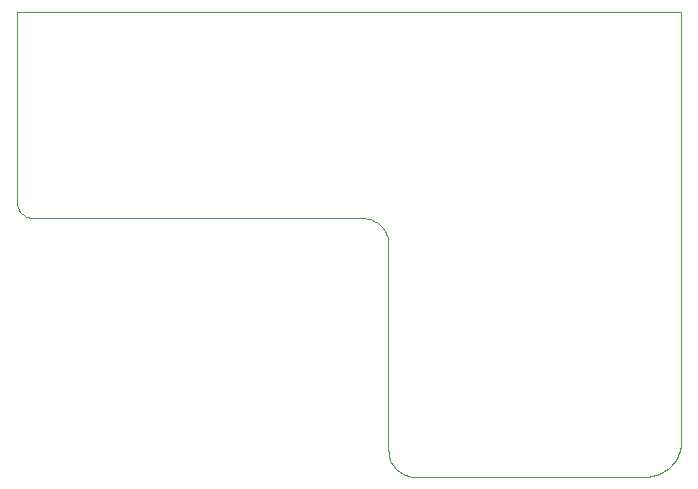
<source format=gbr>
%TF.GenerationSoftware,KiCad,Pcbnew,(6.0.0-rc1-415-g653c7b78d7)*%
%TF.CreationDate,2021-12-23T14:01:08-08:00*%
%TF.ProjectId,xyp-gpib,7879702d-6770-4696-922e-6b696361645f,rev?*%
%TF.SameCoordinates,Original*%
%TF.FileFunction,Profile,NP*%
%FSLAX46Y46*%
G04 Gerber Fmt 4.6, Leading zero omitted, Abs format (unit mm)*
G04 Created by KiCad (PCBNEW (6.0.0-rc1-415-g653c7b78d7)) date 2021-12-23 14:01:08*
%MOMM*%
%LPD*%
G01*
G04 APERTURE LIST*
%TA.AperFunction,Profile*%
%ADD10C,0.099060*%
%TD*%
G04 APERTURE END LIST*
D10*
X205493620Y-111142780D02*
X205638400Y-111168180D01*
X205638400Y-111168180D02*
X205778100Y-111201200D01*
X205778100Y-111201200D02*
X205917800Y-111241840D01*
X205917800Y-111241840D02*
X206054960Y-111295180D01*
X206054960Y-111295180D02*
X206187040Y-111353600D01*
X205204060Y-111125000D02*
X205348840Y-111130080D01*
X205348840Y-111130080D02*
X205493620Y-111142780D01*
X176728120Y-111005620D02*
X176829720Y-111048800D01*
X176829720Y-111048800D02*
X176936400Y-111081820D01*
X176936400Y-111081820D02*
X177043080Y-111104680D01*
X177152300Y-111119920D02*
X177264060Y-111125000D01*
X177264060Y-111125000D02*
X205204060Y-111125000D01*
X229016560Y-133032500D02*
X229186740Y-133035040D01*
X176113440Y-110390940D02*
X176164240Y-110490000D01*
X176448720Y-110827820D02*
X176535080Y-110896400D01*
X177043080Y-111104680D02*
X177152300Y-111119920D01*
X229186740Y-133035040D02*
X229356920Y-133029960D01*
X176629060Y-110954820D02*
X176728120Y-111005620D01*
X229356920Y-133029960D02*
X229524560Y-133014720D01*
X229524560Y-133014720D02*
X229692200Y-132989320D01*
X176222660Y-110583980D02*
X176291240Y-110670340D01*
X175999140Y-109966760D02*
X176014380Y-110075980D01*
X176164240Y-110490000D02*
X176222660Y-110583980D01*
X176070260Y-110289340D02*
X176113440Y-110390940D01*
X176014380Y-110075980D02*
X176037240Y-110182660D01*
X175994060Y-109855000D02*
X175999140Y-109966760D01*
X176291240Y-110670340D02*
X176364900Y-110754160D01*
X176364900Y-110754160D02*
X176448720Y-110827820D01*
X176535080Y-110896400D02*
X176629060Y-110954820D01*
X176037240Y-110182660D02*
X176070260Y-110289340D01*
X231434640Y-132019040D02*
X231543860Y-131889500D01*
X231739440Y-131612640D02*
X231825800Y-131465320D01*
X230647240Y-132654040D02*
X230792020Y-132567680D01*
X231825800Y-131465320D02*
X231902000Y-131315460D01*
X231902000Y-131315460D02*
X231970580Y-131160520D01*
X231195880Y-132260340D02*
X231320340Y-132143500D01*
X230497380Y-132730240D02*
X230647240Y-132654040D01*
X231970580Y-131160520D02*
X232031540Y-131003040D01*
X232031540Y-131003040D02*
X232082340Y-130840480D01*
X231320340Y-132143500D02*
X231434640Y-132019040D01*
X230342440Y-132801360D02*
X230497380Y-132730240D01*
X229859840Y-132956300D02*
X230022400Y-132913120D01*
X230022400Y-132913120D02*
X230184960Y-132862320D01*
X230931720Y-132471160D02*
X231068880Y-132369560D01*
X231068880Y-132369560D02*
X231195880Y-132260340D01*
X230792020Y-132567680D02*
X230931720Y-132471160D01*
X231543860Y-131889500D02*
X231645460Y-131754880D01*
X232122980Y-130675380D02*
X232156000Y-130510280D01*
X229692200Y-132989320D02*
X229859840Y-132956300D01*
X231645460Y-131754880D02*
X231739440Y-131612640D01*
X232082340Y-130840480D02*
X232122980Y-130675380D01*
X230184960Y-132862320D02*
X230342440Y-132801360D01*
X232156000Y-130510280D02*
X232178860Y-130342640D01*
X232178860Y-130342640D02*
X232191560Y-130172460D01*
X207431640Y-130954780D02*
X207444340Y-131099560D01*
X207444340Y-131099560D02*
X207469740Y-131244340D01*
X207469740Y-131244340D02*
X207502760Y-131384040D01*
X207502760Y-131384040D02*
X207543400Y-131523740D01*
X206438500Y-111498380D02*
X206557880Y-111584740D01*
X206966820Y-111993680D02*
X207053180Y-112113060D01*
X206776320Y-111775240D02*
X206875380Y-111881920D01*
X206187040Y-111353600D02*
X206316580Y-111422180D01*
X207383380Y-112913160D02*
X207408780Y-113057940D01*
X207309720Y-112633760D02*
X207350360Y-112773460D01*
X207408780Y-113057940D02*
X207421480Y-113202720D01*
X207421480Y-113202720D02*
X207426560Y-113347500D01*
X207053180Y-112113060D02*
X207129380Y-112234980D01*
X206316580Y-111422180D02*
X206438500Y-111498380D01*
X206669640Y-111676180D02*
X206776320Y-111775240D01*
X207129380Y-112234980D02*
X207197960Y-112364520D01*
X206875380Y-111881920D02*
X206966820Y-111993680D01*
X207256380Y-112496600D02*
X207309720Y-112633760D01*
X207350360Y-112773460D02*
X207383380Y-112913160D01*
X207426560Y-113347500D02*
X207426560Y-130810000D01*
X206557880Y-111584740D02*
X206669640Y-111676180D01*
X207197960Y-112364520D02*
X207256380Y-112496600D01*
X207426560Y-130810000D02*
X207431640Y-130954780D01*
X208295240Y-132572760D02*
X208414620Y-132659120D01*
X209214720Y-132989320D02*
X209359500Y-133014720D01*
X209359500Y-133014720D02*
X209504280Y-133027420D01*
X175994060Y-93726000D02*
X175994060Y-109855000D01*
X207723740Y-131919980D02*
X207799940Y-132044440D01*
X207977740Y-132275580D02*
X208076800Y-132382260D01*
X207655160Y-131792980D02*
X207723740Y-131919980D01*
X208076800Y-132382260D02*
X208183480Y-132481320D01*
X207799940Y-132044440D02*
X207886300Y-132163820D01*
X208539080Y-132735320D02*
X208666080Y-132803900D01*
X208666080Y-132803900D02*
X208798160Y-132862320D01*
X209504280Y-133027420D02*
X209649060Y-133032500D01*
X208935320Y-132915660D02*
X209075020Y-132956300D01*
X209649060Y-133032500D02*
X229016560Y-133032500D01*
X232191560Y-130175000D02*
X232191560Y-93726000D01*
X232191560Y-93726000D02*
X175994060Y-93726000D01*
X208414620Y-132659120D02*
X208539080Y-132735320D01*
X208798160Y-132862320D02*
X208935320Y-132915660D01*
X208183480Y-132481320D02*
X208295240Y-132572760D01*
X207886300Y-132163820D02*
X207977740Y-132275580D01*
X207596740Y-131660900D02*
X207655160Y-131792980D01*
X209075020Y-132956300D02*
X209214720Y-132989320D01*
X207543400Y-131523740D02*
X207596740Y-131660900D01*
M02*

</source>
